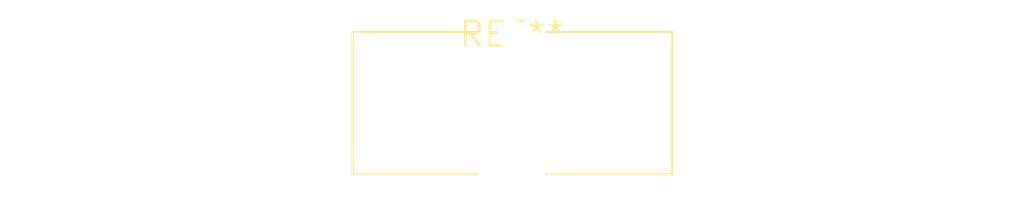
<source format=kicad_pcb>
(kicad_pcb (version 20240108) (generator pcbnew)
  (layers (0 "F.Cu" signal) (31 "B.Cu" signal) (34 "B.Paste" user) (35 "F.Paste" user) (36 "B.SilkS" user "B.Silkscreen") (37 "F.SilkS" user "F.Silkscreen") (38 "B.Mask" user) (39 "F.Mask" user) (44 "Edge.Cuts" user))
  (net 0 "")
  (footprint "L_Toroid_Vertical_L16.3mm_W7.1mm_P7.11mm_Pulse_H" (layer "F.Cu") (at 0 0)
    (property "Reference" "REF**")
    (property "Value" "L_Toroid_Vertical_L16.3mm_W7.1mm_P7.11mm_Pulse_H")
    (fp_line (start -8.25 -0.12) (end -8.25 7.23) (layer "F.SilkS") (stroke (width 0.12)))
    (fp_line (start -8.25 -0.12) (end -1.755 -0.12) (layer "F.SilkS") (stroke (width 0.12)))
    (fp_line (start -8.25 7.23) (end -1.755 7.23) (layer "F.SilkS") (stroke (width 0.12)))
    (fp_line (start 1.755 -0.12) (end 8.25 -0.12) (layer "F.SilkS") (stroke (width 0.12)))
    (fp_line (start 1.755 7.23) (end 8.25 7.23) (layer "F.SilkS") (stroke (width 0.12)))
    (fp_line (start 8.25 -0.12) (end 8.25 7.23) (layer "F.SilkS") (stroke (width 0.12)))
    (pad "1" thru_hole circle (at 0 0) (size 3 3) (drill 1.5) (layers *.Cu *.Mask) (remove_unused_layers))
    (pad "2" thru_hole circle (at 0 7.11) (size 3 3) (drill 1.5) (layers *.Cu *.Mask) (remove_unused_layers))
  )
)
</source>
